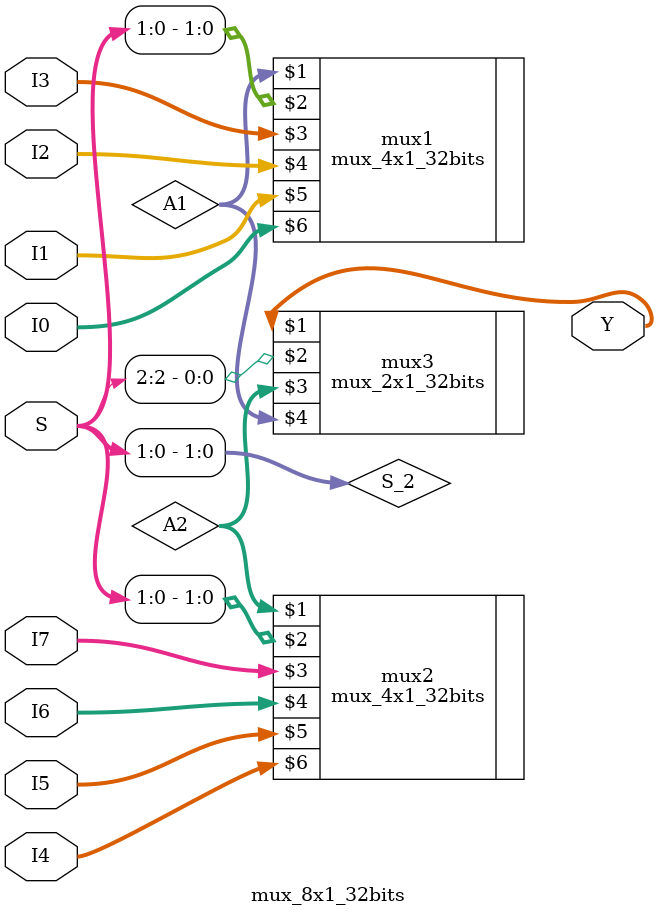
<source format=v>
module mux_8x1_32bits(output [31:0] Y, input [2:0] S, input[31:0] I7, I6, I5, I4, I3, I2, I1, I0);
	wire [1:0] S_2;
	assign S_2[1] = S[1];
	assign S_2[0] = S[0];
	wire [31:0] A1;
	wire [31:0] A2;
	mux_4x1_32bits mux1 (A1, S_2, I3, I2, I1, I0);
	mux_4x1_32bits mux2 (A2, S_2, I7, I6, I5, I4);
	mux_2x1_32bits mux3 (Y, S[2], A2, A1);
endmodule
</source>
